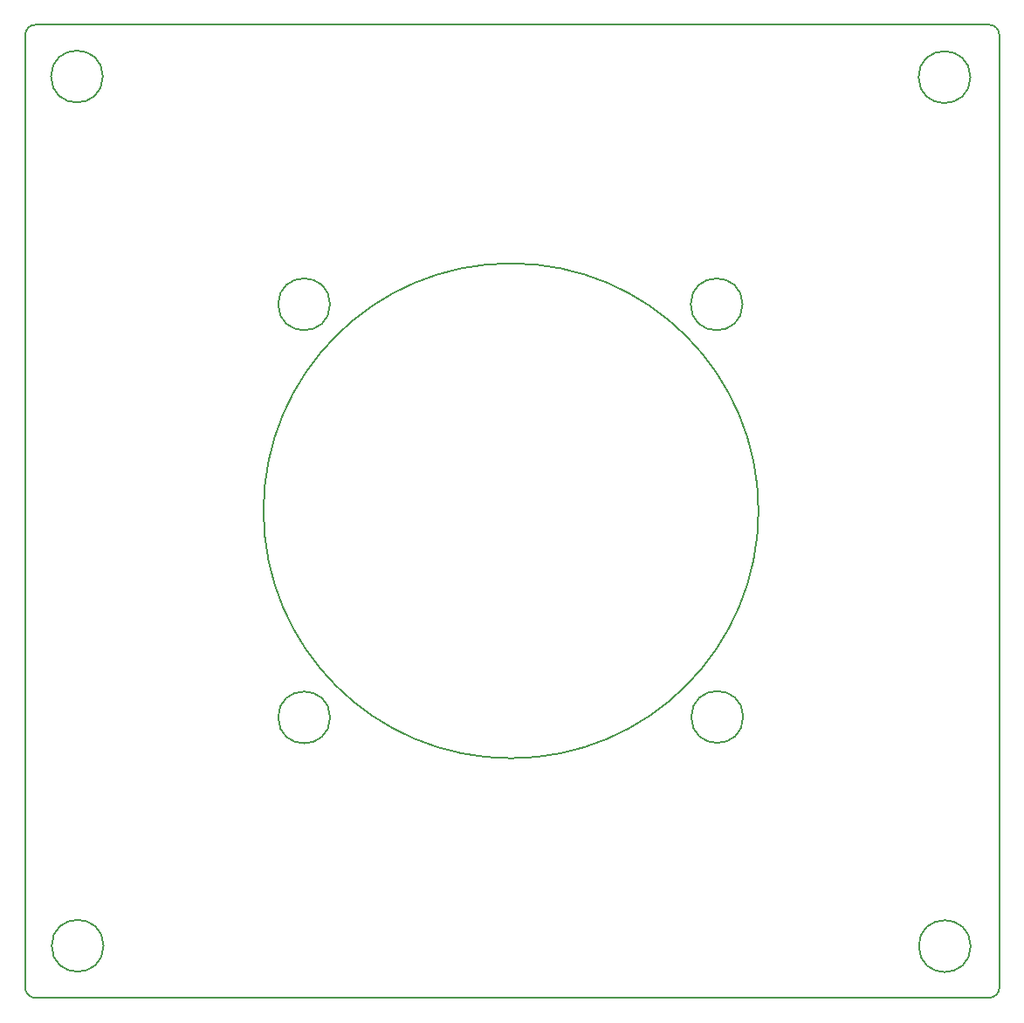
<source format=gm1>
G04 #@! TF.GenerationSoftware,KiCad,Pcbnew,(6.0.0-rc1-dev-637-g704615721)*
G04 #@! TF.CreationDate,2018-10-01T23:53:43+02:00*
G04 #@! TF.ProjectId,fan-v1.0,66616E2D76312E302E6B696361645F70,rev?*
G04 #@! TF.SameCoordinates,Original*
G04 #@! TF.FileFunction,Profile,NP*
%FSLAX46Y46*%
G04 Gerber Fmt 4.6, Leading zero omitted, Abs format (unit mm)*
G04 Created by KiCad (PCBNEW (6.0.0-rc1-dev-637-g704615721)) date 10/01/18 23:53:43*
%MOMM*%
%LPD*%
G01*
G04 APERTURE LIST*
%ADD10C,0.150000*%
G04 APERTURE END LIST*
D10*
X58521600Y-36487100D02*
X58521600Y-128752600D01*
X153009600Y-36487100D02*
X153009600Y-128879600D01*
X150215600Y-124815600D02*
G75*
G03X150215600Y-124815600I-2514472J0D01*
G01*
X66116072Y-124777628D02*
G75*
G03X66116072Y-124777628I-2514472J0D01*
G01*
X66052572Y-40462072D02*
G75*
G03X66052572Y-40462072I-2514472J0D01*
G01*
X150190072Y-40525572D02*
G75*
G03X150190072Y-40525572I-2514472J0D01*
G01*
X88087072Y-102628572D02*
G75*
G03X88087072Y-102628572I-2514472J0D01*
G01*
X88087072Y-62560072D02*
G75*
G03X88087072Y-62560072I-2514472J0D01*
G01*
X128092072Y-62560072D02*
G75*
G03X128092072Y-62560072I-2514472J0D01*
G01*
X128155572Y-102590600D02*
G75*
G03X128155572Y-102590600I-2514472J0D01*
G01*
X129641600Y-82588100D02*
G75*
G03X129641600Y-82588100I-24003000J0D01*
G01*
X59537600Y-35433000D02*
X151993600Y-35433000D01*
X153009600Y-36449000D02*
G75*
G03X151993600Y-35433000I-1016000J0D01*
G01*
X59537600Y-35433000D02*
G75*
G03X58521600Y-36449000I0J-1016000D01*
G01*
X92837000Y-35433000D02*
X116967000Y-35433000D01*
X151993600Y-129832100D02*
X59537600Y-129832100D01*
X151993600Y-129832100D02*
G75*
G03X153009600Y-128816100I0J1016000D01*
G01*
X58521600Y-128816100D02*
G75*
G03X59537600Y-129832100I1016000J0D01*
G01*
M02*

</source>
